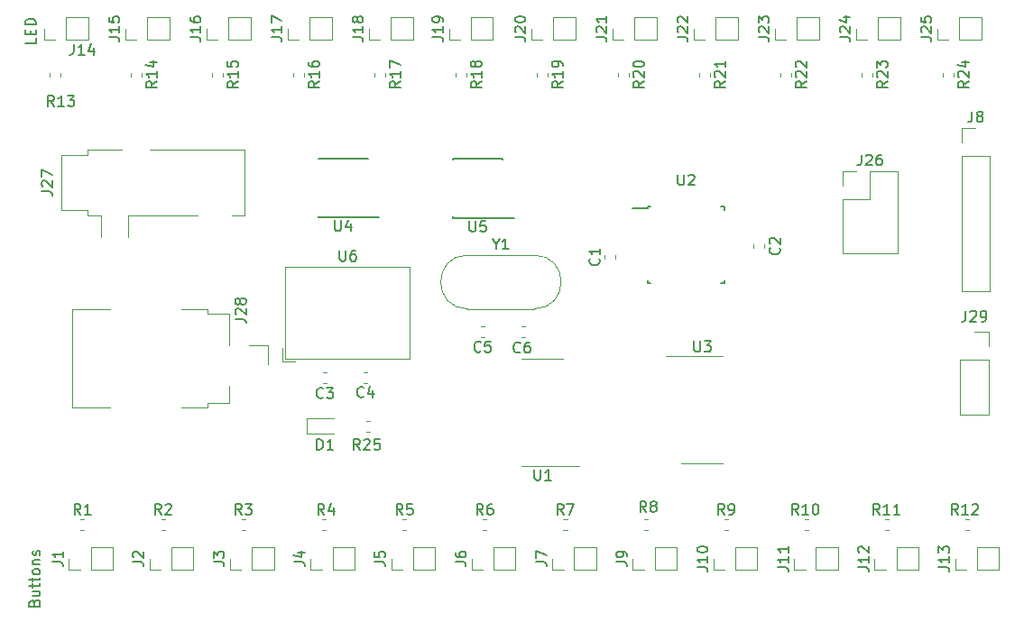
<source format=gbr>
G04 #@! TF.GenerationSoftware,KiCad,Pcbnew,5.1.5-52549c5~84~ubuntu18.04.1*
G04 #@! TF.CreationDate,2020-01-24T11:05:29-05:00*
G04 #@! TF.ProjectId,landfill_board_rev2,6c616e64-6669-46c6-9c5f-626f6172645f,rev?*
G04 #@! TF.SameCoordinates,Original*
G04 #@! TF.FileFunction,Legend,Top*
G04 #@! TF.FilePolarity,Positive*
%FSLAX46Y46*%
G04 Gerber Fmt 4.6, Leading zero omitted, Abs format (unit mm)*
G04 Created by KiCad (PCBNEW 5.1.5-52549c5~84~ubuntu18.04.1) date 2020-01-24 11:05:29*
%MOMM*%
%LPD*%
G04 APERTURE LIST*
%ADD10C,0.150000*%
%ADD11C,0.120000*%
G04 APERTURE END LIST*
D10*
X49220380Y-102242857D02*
X49220380Y-102719047D01*
X48220380Y-102719047D01*
X48696571Y-101909523D02*
X48696571Y-101576190D01*
X49220380Y-101433333D02*
X49220380Y-101909523D01*
X48220380Y-101909523D01*
X48220380Y-101433333D01*
X49220380Y-101004761D02*
X48220380Y-101004761D01*
X48220380Y-100766666D01*
X48268000Y-100623809D01*
X48363238Y-100528571D01*
X48458476Y-100480952D01*
X48648952Y-100433333D01*
X48791809Y-100433333D01*
X48982285Y-100480952D01*
X49077523Y-100528571D01*
X49172761Y-100623809D01*
X49220380Y-100766666D01*
X49220380Y-101004761D01*
X49077571Y-155296904D02*
X49125190Y-155154047D01*
X49172809Y-155106428D01*
X49268047Y-155058809D01*
X49410904Y-155058809D01*
X49506142Y-155106428D01*
X49553761Y-155154047D01*
X49601380Y-155249285D01*
X49601380Y-155630238D01*
X48601380Y-155630238D01*
X48601380Y-155296904D01*
X48649000Y-155201666D01*
X48696619Y-155154047D01*
X48791857Y-155106428D01*
X48887095Y-155106428D01*
X48982333Y-155154047D01*
X49029952Y-155201666D01*
X49077571Y-155296904D01*
X49077571Y-155630238D01*
X48934714Y-154201666D02*
X49601380Y-154201666D01*
X48934714Y-154630238D02*
X49458523Y-154630238D01*
X49553761Y-154582619D01*
X49601380Y-154487380D01*
X49601380Y-154344523D01*
X49553761Y-154249285D01*
X49506142Y-154201666D01*
X48934714Y-153868333D02*
X48934714Y-153487380D01*
X48601380Y-153725476D02*
X49458523Y-153725476D01*
X49553761Y-153677857D01*
X49601380Y-153582619D01*
X49601380Y-153487380D01*
X48934714Y-153296904D02*
X48934714Y-152915952D01*
X48601380Y-153154047D02*
X49458523Y-153154047D01*
X49553761Y-153106428D01*
X49601380Y-153011190D01*
X49601380Y-152915952D01*
X49601380Y-152439761D02*
X49553761Y-152535000D01*
X49506142Y-152582619D01*
X49410904Y-152630238D01*
X49125190Y-152630238D01*
X49029952Y-152582619D01*
X48982333Y-152535000D01*
X48934714Y-152439761D01*
X48934714Y-152296904D01*
X48982333Y-152201666D01*
X49029952Y-152154047D01*
X49125190Y-152106428D01*
X49410904Y-152106428D01*
X49506142Y-152154047D01*
X49553761Y-152201666D01*
X49601380Y-152296904D01*
X49601380Y-152439761D01*
X48934714Y-151677857D02*
X49601380Y-151677857D01*
X49029952Y-151677857D02*
X48982333Y-151630238D01*
X48934714Y-151535000D01*
X48934714Y-151392142D01*
X48982333Y-151296904D01*
X49077571Y-151249285D01*
X49601380Y-151249285D01*
X49553761Y-150820714D02*
X49601380Y-150725476D01*
X49601380Y-150535000D01*
X49553761Y-150439761D01*
X49458523Y-150392142D01*
X49410904Y-150392142D01*
X49315666Y-150439761D01*
X49268047Y-150535000D01*
X49268047Y-150677857D01*
X49220428Y-150773095D01*
X49125190Y-150820714D01*
X49077571Y-150820714D01*
X48982333Y-150773095D01*
X48934714Y-150677857D01*
X48934714Y-150535000D01*
X48982333Y-150439761D01*
D11*
X135957000Y-132461000D02*
X138617000Y-132461000D01*
X135957000Y-132461000D02*
X135957000Y-137601000D01*
X135957000Y-137601000D02*
X138617000Y-137601000D01*
X138617000Y-132461000D02*
X138617000Y-137601000D01*
X138617000Y-129861000D02*
X138617000Y-131191000D01*
X137287000Y-129861000D02*
X138617000Y-129861000D01*
X103634000Y-122966267D02*
X103634000Y-122623733D01*
X102614000Y-122966267D02*
X102614000Y-122623733D01*
X116584000Y-121950267D02*
X116584000Y-121607733D01*
X117604000Y-121950267D02*
X117604000Y-121607733D01*
X76169733Y-133602000D02*
X76512267Y-133602000D01*
X76169733Y-134622000D02*
X76512267Y-134622000D01*
X80322267Y-133602000D02*
X79979733Y-133602000D01*
X80322267Y-134622000D02*
X79979733Y-134622000D01*
X77141000Y-137949000D02*
X74681000Y-137949000D01*
X74681000Y-137949000D02*
X74681000Y-139419000D01*
X74681000Y-139419000D02*
X77141000Y-139419000D01*
X56432000Y-152190000D02*
X56432000Y-150070000D01*
X54372000Y-152190000D02*
X56432000Y-152190000D01*
X54372000Y-150070000D02*
X56432000Y-150070000D01*
X54372000Y-152190000D02*
X54372000Y-150070000D01*
X53372000Y-152190000D02*
X52312000Y-152190000D01*
X52312000Y-152190000D02*
X52312000Y-151130000D01*
X63994272Y-152190000D02*
X63994272Y-150070000D01*
X61934272Y-152190000D02*
X63994272Y-152190000D01*
X61934272Y-150070000D02*
X63994272Y-150070000D01*
X61934272Y-152190000D02*
X61934272Y-150070000D01*
X60934272Y-152190000D02*
X59874272Y-152190000D01*
X59874272Y-152190000D02*
X59874272Y-151130000D01*
X71556544Y-152190000D02*
X71556544Y-150070000D01*
X69496544Y-152190000D02*
X71556544Y-152190000D01*
X69496544Y-150070000D02*
X71556544Y-150070000D01*
X69496544Y-152190000D02*
X69496544Y-150070000D01*
X68496544Y-152190000D02*
X67436544Y-152190000D01*
X67436544Y-152190000D02*
X67436544Y-151130000D01*
X79118816Y-152190000D02*
X79118816Y-150070000D01*
X77058816Y-152190000D02*
X79118816Y-152190000D01*
X77058816Y-150070000D02*
X79118816Y-150070000D01*
X77058816Y-152190000D02*
X77058816Y-150070000D01*
X76058816Y-152190000D02*
X74998816Y-152190000D01*
X74998816Y-152190000D02*
X74998816Y-151130000D01*
X86681088Y-152190000D02*
X86681088Y-150070000D01*
X84621088Y-152190000D02*
X86681088Y-152190000D01*
X84621088Y-150070000D02*
X86681088Y-150070000D01*
X84621088Y-152190000D02*
X84621088Y-150070000D01*
X83621088Y-152190000D02*
X82561088Y-152190000D01*
X82561088Y-152190000D02*
X82561088Y-151130000D01*
X94243360Y-152190000D02*
X94243360Y-150070000D01*
X92183360Y-152190000D02*
X94243360Y-152190000D01*
X92183360Y-150070000D02*
X94243360Y-150070000D01*
X92183360Y-152190000D02*
X92183360Y-150070000D01*
X91183360Y-152190000D02*
X90123360Y-152190000D01*
X90123360Y-152190000D02*
X90123360Y-151130000D01*
X101805632Y-152190000D02*
X101805632Y-150070000D01*
X99745632Y-152190000D02*
X101805632Y-152190000D01*
X99745632Y-150070000D02*
X101805632Y-150070000D01*
X99745632Y-152190000D02*
X99745632Y-150070000D01*
X98745632Y-152190000D02*
X97685632Y-152190000D01*
X97685632Y-152190000D02*
X97685632Y-151130000D01*
X136084000Y-126044000D02*
X138744000Y-126044000D01*
X136084000Y-113284000D02*
X136084000Y-126044000D01*
X138744000Y-113284000D02*
X138744000Y-126044000D01*
X136084000Y-113284000D02*
X138744000Y-113284000D01*
X136084000Y-112014000D02*
X136084000Y-110684000D01*
X136084000Y-110684000D02*
X137414000Y-110684000D01*
X105247904Y-152190000D02*
X105247904Y-151130000D01*
X106307904Y-152190000D02*
X105247904Y-152190000D01*
X107307904Y-152190000D02*
X107307904Y-150070000D01*
X107307904Y-150070000D02*
X109367904Y-150070000D01*
X107307904Y-152190000D02*
X109367904Y-152190000D01*
X109367904Y-152190000D02*
X109367904Y-150070000D01*
X116930176Y-152190000D02*
X116930176Y-150070000D01*
X114870176Y-152190000D02*
X116930176Y-152190000D01*
X114870176Y-150070000D02*
X116930176Y-150070000D01*
X114870176Y-152190000D02*
X114870176Y-150070000D01*
X113870176Y-152190000D02*
X112810176Y-152190000D01*
X112810176Y-152190000D02*
X112810176Y-151130000D01*
X124492448Y-152190000D02*
X124492448Y-150070000D01*
X122432448Y-152190000D02*
X124492448Y-152190000D01*
X122432448Y-150070000D02*
X124492448Y-150070000D01*
X122432448Y-152190000D02*
X122432448Y-150070000D01*
X121432448Y-152190000D02*
X120372448Y-152190000D01*
X120372448Y-152190000D02*
X120372448Y-151130000D01*
X132054720Y-152190000D02*
X132054720Y-150070000D01*
X129994720Y-152190000D02*
X132054720Y-152190000D01*
X129994720Y-150070000D02*
X132054720Y-150070000D01*
X129994720Y-152190000D02*
X129994720Y-150070000D01*
X128994720Y-152190000D02*
X127934720Y-152190000D01*
X127934720Y-152190000D02*
X127934720Y-151130000D01*
X139617000Y-152190000D02*
X139617000Y-150070000D01*
X137557000Y-152190000D02*
X139617000Y-152190000D01*
X137557000Y-150070000D02*
X139617000Y-150070000D01*
X137557000Y-152190000D02*
X137557000Y-150070000D01*
X136557000Y-152190000D02*
X135497000Y-152190000D01*
X135497000Y-152190000D02*
X135497000Y-151130000D01*
X49994000Y-102406000D02*
X49994000Y-101346000D01*
X51054000Y-102406000D02*
X49994000Y-102406000D01*
X52054000Y-102406000D02*
X52054000Y-100286000D01*
X52054000Y-100286000D02*
X54114000Y-100286000D01*
X52054000Y-102406000D02*
X54114000Y-102406000D01*
X54114000Y-102406000D02*
X54114000Y-100286000D01*
X57614000Y-102406000D02*
X57614000Y-101346000D01*
X58674000Y-102406000D02*
X57614000Y-102406000D01*
X59674000Y-102406000D02*
X59674000Y-100286000D01*
X59674000Y-100286000D02*
X61734000Y-100286000D01*
X59674000Y-102406000D02*
X61734000Y-102406000D01*
X61734000Y-102406000D02*
X61734000Y-100286000D01*
X65234000Y-102406000D02*
X65234000Y-101346000D01*
X66294000Y-102406000D02*
X65234000Y-102406000D01*
X67294000Y-102406000D02*
X67294000Y-100286000D01*
X67294000Y-100286000D02*
X69354000Y-100286000D01*
X67294000Y-102406000D02*
X69354000Y-102406000D01*
X69354000Y-102406000D02*
X69354000Y-100286000D01*
X72854000Y-102406000D02*
X72854000Y-101346000D01*
X73914000Y-102406000D02*
X72854000Y-102406000D01*
X74914000Y-102406000D02*
X74914000Y-100286000D01*
X74914000Y-100286000D02*
X76974000Y-100286000D01*
X74914000Y-102406000D02*
X76974000Y-102406000D01*
X76974000Y-102406000D02*
X76974000Y-100286000D01*
X80474000Y-102406000D02*
X80474000Y-101346000D01*
X81534000Y-102406000D02*
X80474000Y-102406000D01*
X82534000Y-102406000D02*
X82534000Y-100286000D01*
X82534000Y-100286000D02*
X84594000Y-100286000D01*
X82534000Y-102406000D02*
X84594000Y-102406000D01*
X84594000Y-102406000D02*
X84594000Y-100286000D01*
X92119000Y-102406000D02*
X92119000Y-100286000D01*
X90059000Y-102406000D02*
X92119000Y-102406000D01*
X90059000Y-100286000D02*
X92119000Y-100286000D01*
X90059000Y-102406000D02*
X90059000Y-100286000D01*
X89059000Y-102406000D02*
X87999000Y-102406000D01*
X87999000Y-102406000D02*
X87999000Y-101346000D01*
X95714000Y-102406000D02*
X95714000Y-101346000D01*
X96774000Y-102406000D02*
X95714000Y-102406000D01*
X97774000Y-102406000D02*
X97774000Y-100286000D01*
X97774000Y-100286000D02*
X99834000Y-100286000D01*
X97774000Y-102406000D02*
X99834000Y-102406000D01*
X99834000Y-102406000D02*
X99834000Y-100286000D01*
X103334000Y-102406000D02*
X103334000Y-101346000D01*
X104394000Y-102406000D02*
X103334000Y-102406000D01*
X105394000Y-102406000D02*
X105394000Y-100286000D01*
X105394000Y-100286000D02*
X107454000Y-100286000D01*
X105394000Y-102406000D02*
X107454000Y-102406000D01*
X107454000Y-102406000D02*
X107454000Y-100286000D01*
X110954000Y-102406000D02*
X110954000Y-101346000D01*
X112014000Y-102406000D02*
X110954000Y-102406000D01*
X113014000Y-102406000D02*
X113014000Y-100286000D01*
X113014000Y-100286000D02*
X115074000Y-100286000D01*
X113014000Y-102406000D02*
X115074000Y-102406000D01*
X115074000Y-102406000D02*
X115074000Y-100286000D01*
X118574000Y-102406000D02*
X118574000Y-101346000D01*
X119634000Y-102406000D02*
X118574000Y-102406000D01*
X120634000Y-102406000D02*
X120634000Y-100286000D01*
X120634000Y-100286000D02*
X122694000Y-100286000D01*
X120634000Y-102406000D02*
X122694000Y-102406000D01*
X122694000Y-102406000D02*
X122694000Y-100286000D01*
X126194000Y-102406000D02*
X126194000Y-101346000D01*
X127254000Y-102406000D02*
X126194000Y-102406000D01*
X128254000Y-102406000D02*
X128254000Y-100286000D01*
X128254000Y-100286000D02*
X130314000Y-100286000D01*
X128254000Y-102406000D02*
X130314000Y-102406000D01*
X130314000Y-102406000D02*
X130314000Y-100286000D01*
X133814000Y-102406000D02*
X133814000Y-101346000D01*
X134874000Y-102406000D02*
X133814000Y-102406000D01*
X135874000Y-102406000D02*
X135874000Y-100286000D01*
X135874000Y-100286000D02*
X137934000Y-100286000D01*
X135874000Y-102406000D02*
X137934000Y-102406000D01*
X137934000Y-102406000D02*
X137934000Y-100286000D01*
X124908000Y-122488000D02*
X130108000Y-122488000D01*
X124908000Y-117348000D02*
X124908000Y-122488000D01*
X130108000Y-114748000D02*
X130108000Y-122488000D01*
X124908000Y-117348000D02*
X127508000Y-117348000D01*
X127508000Y-117348000D02*
X127508000Y-114748000D01*
X127508000Y-114748000D02*
X130108000Y-114748000D01*
X124908000Y-116078000D02*
X124908000Y-114748000D01*
X124908000Y-114748000D02*
X126238000Y-114748000D01*
X70978000Y-131144000D02*
X70978000Y-132884000D01*
X69238000Y-131144000D02*
X70978000Y-131144000D01*
X65338000Y-136934000D02*
X62888000Y-136934000D01*
X65338000Y-136534000D02*
X65338000Y-136934000D01*
X67338000Y-136534000D02*
X65338000Y-136534000D01*
X67338000Y-134934000D02*
X67338000Y-136534000D01*
X67338000Y-128134000D02*
X67338000Y-131134000D01*
X65338000Y-128134000D02*
X67338000Y-128134000D01*
X65338000Y-127734000D02*
X65338000Y-128134000D01*
X62888000Y-127734000D02*
X65338000Y-127734000D01*
X52638000Y-127734000D02*
X56188000Y-127734000D01*
X52638000Y-136934000D02*
X52638000Y-127734000D01*
X56188000Y-136934000D02*
X52638000Y-136934000D01*
X53765267Y-148465000D02*
X53422733Y-148465000D01*
X53765267Y-147445000D02*
X53422733Y-147445000D01*
X61315994Y-148465000D02*
X60973460Y-148465000D01*
X61315994Y-147445000D02*
X60973460Y-147445000D01*
X68866721Y-148465000D02*
X68524187Y-148465000D01*
X68866721Y-147445000D02*
X68524187Y-147445000D01*
X76417448Y-148465000D02*
X76074914Y-148465000D01*
X76417448Y-147445000D02*
X76074914Y-147445000D01*
X83968175Y-148465000D02*
X83625641Y-148465000D01*
X83968175Y-147445000D02*
X83625641Y-147445000D01*
X91518902Y-148465000D02*
X91176368Y-148465000D01*
X91518902Y-147445000D02*
X91176368Y-147445000D01*
X99069629Y-148465000D02*
X98727095Y-148465000D01*
X99069629Y-147445000D02*
X98727095Y-147445000D01*
X106620356Y-147445000D02*
X106277822Y-147445000D01*
X106620356Y-148465000D02*
X106277822Y-148465000D01*
X114171083Y-147445000D02*
X113828549Y-147445000D01*
X114171083Y-148465000D02*
X113828549Y-148465000D01*
X121721810Y-147445000D02*
X121379276Y-147445000D01*
X121721810Y-148465000D02*
X121379276Y-148465000D01*
X129272537Y-147445000D02*
X128930003Y-147445000D01*
X129272537Y-148465000D02*
X128930003Y-148465000D01*
X136823267Y-147445000D02*
X136480733Y-147445000D01*
X136823267Y-148465000D02*
X136480733Y-148465000D01*
X51564000Y-105492733D02*
X51564000Y-105835267D01*
X50544000Y-105492733D02*
X50544000Y-105835267D01*
X59184000Y-105492733D02*
X59184000Y-105835267D01*
X58164000Y-105492733D02*
X58164000Y-105835267D01*
X66804000Y-105492733D02*
X66804000Y-105835267D01*
X65784000Y-105492733D02*
X65784000Y-105835267D01*
X74424000Y-105492733D02*
X74424000Y-105835267D01*
X73404000Y-105492733D02*
X73404000Y-105835267D01*
X82044000Y-105492733D02*
X82044000Y-105835267D01*
X81024000Y-105492733D02*
X81024000Y-105835267D01*
X89664000Y-105492733D02*
X89664000Y-105835267D01*
X88644000Y-105492733D02*
X88644000Y-105835267D01*
X96264000Y-105492733D02*
X96264000Y-105835267D01*
X97284000Y-105492733D02*
X97284000Y-105835267D01*
X103884000Y-105492733D02*
X103884000Y-105835267D01*
X104904000Y-105492733D02*
X104904000Y-105835267D01*
X111504000Y-105492733D02*
X111504000Y-105835267D01*
X112524000Y-105492733D02*
X112524000Y-105835267D01*
X119124000Y-105492733D02*
X119124000Y-105835267D01*
X120144000Y-105492733D02*
X120144000Y-105835267D01*
X126744000Y-105492733D02*
X126744000Y-105835267D01*
X127764000Y-105492733D02*
X127764000Y-105835267D01*
X134364000Y-105492733D02*
X134364000Y-105835267D01*
X135384000Y-105492733D02*
X135384000Y-105835267D01*
X80205733Y-139194000D02*
X80548267Y-139194000D01*
X80205733Y-138174000D02*
X80548267Y-138174000D01*
X96774000Y-132354000D02*
X94824000Y-132354000D01*
X96774000Y-132354000D02*
X98724000Y-132354000D01*
X96774000Y-142474000D02*
X94824000Y-142474000D01*
X96774000Y-142474000D02*
X100224000Y-142474000D01*
D10*
X106611000Y-118266000D02*
X105186000Y-118266000D01*
X113861000Y-118041000D02*
X113536000Y-118041000D01*
X113861000Y-125291000D02*
X113536000Y-125291000D01*
X106611000Y-125291000D02*
X106936000Y-125291000D01*
X106611000Y-118041000D02*
X106936000Y-118041000D01*
X106611000Y-125291000D02*
X106611000Y-124966000D01*
X113861000Y-125291000D02*
X113861000Y-124966000D01*
X113861000Y-118041000D02*
X113861000Y-118366000D01*
X106611000Y-118041000D02*
X106611000Y-118266000D01*
D11*
X111760000Y-132100000D02*
X108310000Y-132100000D01*
X111760000Y-132100000D02*
X113710000Y-132100000D01*
X111760000Y-142220000D02*
X109810000Y-142220000D01*
X111760000Y-142220000D02*
X113710000Y-142220000D01*
D10*
X75741500Y-119068500D02*
X75741500Y-118968500D01*
X75716500Y-113543500D02*
X75716500Y-113568500D01*
X80366500Y-113543500D02*
X80366500Y-113568500D01*
X81441500Y-119068500D02*
X75741500Y-119068500D01*
X80366500Y-113543500D02*
X75716500Y-113543500D01*
X88378000Y-119132000D02*
X88378000Y-119032000D01*
X88353000Y-113607000D02*
X88353000Y-113632000D01*
X93003000Y-113607000D02*
X93003000Y-113632000D01*
X94078000Y-119132000D02*
X88378000Y-119132000D01*
X93003000Y-113607000D02*
X88353000Y-113607000D01*
D11*
X72575000Y-123742000D02*
X84296000Y-123742000D01*
X72575000Y-132362000D02*
X84296000Y-132362000D01*
X72575000Y-123742000D02*
X72575000Y-132362000D01*
X84296000Y-123742000D02*
X84296000Y-132362000D01*
X72335000Y-131362000D02*
X72335000Y-132602000D01*
X72335000Y-132602000D02*
X73575000Y-132602000D01*
X57898000Y-118924000D02*
X57898000Y-120924000D01*
X55298000Y-118924000D02*
X55298000Y-120924000D01*
X64398000Y-118924000D02*
X57898000Y-118924000D01*
X68798000Y-118924000D02*
X67598000Y-118924000D01*
X68798000Y-112724000D02*
X68798000Y-118924000D01*
X59898000Y-112724000D02*
X68798000Y-112724000D01*
X54098000Y-112724000D02*
X57298000Y-112724000D01*
X54098000Y-113224000D02*
X54098000Y-112724000D01*
X51598000Y-113224000D02*
X54098000Y-113224000D01*
X51598000Y-118424000D02*
X51598000Y-113224000D01*
X54098000Y-118424000D02*
X51598000Y-118424000D01*
X54098000Y-118924000D02*
X54098000Y-118424000D01*
X55298000Y-118924000D02*
X54098000Y-118924000D01*
X91307767Y-130367500D02*
X90965233Y-130367500D01*
X91307767Y-129347500D02*
X90965233Y-129347500D01*
X94775233Y-130304000D02*
X95117767Y-130304000D01*
X94775233Y-129284000D02*
X95117767Y-129284000D01*
X89739000Y-122633500D02*
X95989000Y-122633500D01*
X89739000Y-127683500D02*
X95989000Y-127683500D01*
X89739000Y-127683500D02*
G75*
G02X89739000Y-122633500I0J2525000D01*
G01*
X95989000Y-127683500D02*
G75*
G03X95989000Y-122633500I0J2525000D01*
G01*
D10*
X136477476Y-127873380D02*
X136477476Y-128587666D01*
X136429857Y-128730523D01*
X136334619Y-128825761D01*
X136191761Y-128873380D01*
X136096523Y-128873380D01*
X136906047Y-127968619D02*
X136953666Y-127921000D01*
X137048904Y-127873380D01*
X137287000Y-127873380D01*
X137382238Y-127921000D01*
X137429857Y-127968619D01*
X137477476Y-128063857D01*
X137477476Y-128159095D01*
X137429857Y-128301952D01*
X136858428Y-128873380D01*
X137477476Y-128873380D01*
X137953666Y-128873380D02*
X138144142Y-128873380D01*
X138239380Y-128825761D01*
X138287000Y-128778142D01*
X138382238Y-128635285D01*
X138429857Y-128444809D01*
X138429857Y-128063857D01*
X138382238Y-127968619D01*
X138334619Y-127921000D01*
X138239380Y-127873380D01*
X138048904Y-127873380D01*
X137953666Y-127921000D01*
X137906047Y-127968619D01*
X137858428Y-128063857D01*
X137858428Y-128301952D01*
X137906047Y-128397190D01*
X137953666Y-128444809D01*
X138048904Y-128492428D01*
X138239380Y-128492428D01*
X138334619Y-128444809D01*
X138382238Y-128397190D01*
X138429857Y-128301952D01*
X102051142Y-122961666D02*
X102098761Y-123009285D01*
X102146380Y-123152142D01*
X102146380Y-123247380D01*
X102098761Y-123390238D01*
X102003523Y-123485476D01*
X101908285Y-123533095D01*
X101717809Y-123580714D01*
X101574952Y-123580714D01*
X101384476Y-123533095D01*
X101289238Y-123485476D01*
X101194000Y-123390238D01*
X101146380Y-123247380D01*
X101146380Y-123152142D01*
X101194000Y-123009285D01*
X101241619Y-122961666D01*
X102146380Y-122009285D02*
X102146380Y-122580714D01*
X102146380Y-122295000D02*
X101146380Y-122295000D01*
X101289238Y-122390238D01*
X101384476Y-122485476D01*
X101432095Y-122580714D01*
X118975142Y-121945666D02*
X119022761Y-121993285D01*
X119070380Y-122136142D01*
X119070380Y-122231380D01*
X119022761Y-122374238D01*
X118927523Y-122469476D01*
X118832285Y-122517095D01*
X118641809Y-122564714D01*
X118498952Y-122564714D01*
X118308476Y-122517095D01*
X118213238Y-122469476D01*
X118118000Y-122374238D01*
X118070380Y-122231380D01*
X118070380Y-122136142D01*
X118118000Y-121993285D01*
X118165619Y-121945666D01*
X118165619Y-121564714D02*
X118118000Y-121517095D01*
X118070380Y-121421857D01*
X118070380Y-121183761D01*
X118118000Y-121088523D01*
X118165619Y-121040904D01*
X118260857Y-120993285D01*
X118356095Y-120993285D01*
X118498952Y-121040904D01*
X119070380Y-121612333D01*
X119070380Y-120993285D01*
X76174333Y-135993142D02*
X76126714Y-136040761D01*
X75983857Y-136088380D01*
X75888619Y-136088380D01*
X75745761Y-136040761D01*
X75650523Y-135945523D01*
X75602904Y-135850285D01*
X75555285Y-135659809D01*
X75555285Y-135516952D01*
X75602904Y-135326476D01*
X75650523Y-135231238D01*
X75745761Y-135136000D01*
X75888619Y-135088380D01*
X75983857Y-135088380D01*
X76126714Y-135136000D01*
X76174333Y-135183619D01*
X76507666Y-135088380D02*
X77126714Y-135088380D01*
X76793380Y-135469333D01*
X76936238Y-135469333D01*
X77031476Y-135516952D01*
X77079095Y-135564571D01*
X77126714Y-135659809D01*
X77126714Y-135897904D01*
X77079095Y-135993142D01*
X77031476Y-136040761D01*
X76936238Y-136088380D01*
X76650523Y-136088380D01*
X76555285Y-136040761D01*
X76507666Y-135993142D01*
X79984333Y-135899142D02*
X79936714Y-135946761D01*
X79793857Y-135994380D01*
X79698619Y-135994380D01*
X79555761Y-135946761D01*
X79460523Y-135851523D01*
X79412904Y-135756285D01*
X79365285Y-135565809D01*
X79365285Y-135422952D01*
X79412904Y-135232476D01*
X79460523Y-135137238D01*
X79555761Y-135042000D01*
X79698619Y-134994380D01*
X79793857Y-134994380D01*
X79936714Y-135042000D01*
X79984333Y-135089619D01*
X80841476Y-135327714D02*
X80841476Y-135994380D01*
X80603380Y-134946761D02*
X80365285Y-135661047D01*
X80984333Y-135661047D01*
X75602904Y-140914380D02*
X75602904Y-139914380D01*
X75841000Y-139914380D01*
X75983857Y-139962000D01*
X76079095Y-140057238D01*
X76126714Y-140152476D01*
X76174333Y-140342952D01*
X76174333Y-140485809D01*
X76126714Y-140676285D01*
X76079095Y-140771523D01*
X75983857Y-140866761D01*
X75841000Y-140914380D01*
X75602904Y-140914380D01*
X77126714Y-140914380D02*
X76555285Y-140914380D01*
X76841000Y-140914380D02*
X76841000Y-139914380D01*
X76745761Y-140057238D01*
X76650523Y-140152476D01*
X76555285Y-140200095D01*
X50764380Y-151463333D02*
X51478666Y-151463333D01*
X51621523Y-151510952D01*
X51716761Y-151606190D01*
X51764380Y-151749047D01*
X51764380Y-151844285D01*
X51764380Y-150463333D02*
X51764380Y-151034761D01*
X51764380Y-150749047D02*
X50764380Y-150749047D01*
X50907238Y-150844285D01*
X51002476Y-150939523D01*
X51050095Y-151034761D01*
X58326652Y-151463333D02*
X59040938Y-151463333D01*
X59183795Y-151510952D01*
X59279033Y-151606190D01*
X59326652Y-151749047D01*
X59326652Y-151844285D01*
X58421891Y-151034761D02*
X58374272Y-150987142D01*
X58326652Y-150891904D01*
X58326652Y-150653809D01*
X58374272Y-150558571D01*
X58421891Y-150510952D01*
X58517129Y-150463333D01*
X58612367Y-150463333D01*
X58755224Y-150510952D01*
X59326652Y-151082380D01*
X59326652Y-150463333D01*
X65888924Y-151463333D02*
X66603210Y-151463333D01*
X66746067Y-151510952D01*
X66841305Y-151606190D01*
X66888924Y-151749047D01*
X66888924Y-151844285D01*
X65888924Y-151082380D02*
X65888924Y-150463333D01*
X66269877Y-150796666D01*
X66269877Y-150653809D01*
X66317496Y-150558571D01*
X66365115Y-150510952D01*
X66460353Y-150463333D01*
X66698448Y-150463333D01*
X66793686Y-150510952D01*
X66841305Y-150558571D01*
X66888924Y-150653809D01*
X66888924Y-150939523D01*
X66841305Y-151034761D01*
X66793686Y-151082380D01*
X73451196Y-151463333D02*
X74165482Y-151463333D01*
X74308339Y-151510952D01*
X74403577Y-151606190D01*
X74451196Y-151749047D01*
X74451196Y-151844285D01*
X73784530Y-150558571D02*
X74451196Y-150558571D01*
X73403577Y-150796666D02*
X74117863Y-151034761D01*
X74117863Y-150415714D01*
X81013468Y-151463333D02*
X81727754Y-151463333D01*
X81870611Y-151510952D01*
X81965849Y-151606190D01*
X82013468Y-151749047D01*
X82013468Y-151844285D01*
X81013468Y-150510952D02*
X81013468Y-150987142D01*
X81489659Y-151034761D01*
X81442040Y-150987142D01*
X81394421Y-150891904D01*
X81394421Y-150653809D01*
X81442040Y-150558571D01*
X81489659Y-150510952D01*
X81584897Y-150463333D01*
X81822992Y-150463333D01*
X81918230Y-150510952D01*
X81965849Y-150558571D01*
X82013468Y-150653809D01*
X82013468Y-150891904D01*
X81965849Y-150987142D01*
X81918230Y-151034761D01*
X88575740Y-151463333D02*
X89290026Y-151463333D01*
X89432883Y-151510952D01*
X89528121Y-151606190D01*
X89575740Y-151749047D01*
X89575740Y-151844285D01*
X88575740Y-150558571D02*
X88575740Y-150749047D01*
X88623360Y-150844285D01*
X88670979Y-150891904D01*
X88813836Y-150987142D01*
X89004312Y-151034761D01*
X89385264Y-151034761D01*
X89480502Y-150987142D01*
X89528121Y-150939523D01*
X89575740Y-150844285D01*
X89575740Y-150653809D01*
X89528121Y-150558571D01*
X89480502Y-150510952D01*
X89385264Y-150463333D01*
X89147169Y-150463333D01*
X89051931Y-150510952D01*
X89004312Y-150558571D01*
X88956693Y-150653809D01*
X88956693Y-150844285D01*
X89004312Y-150939523D01*
X89051931Y-150987142D01*
X89147169Y-151034761D01*
X96138012Y-151463333D02*
X96852298Y-151463333D01*
X96995155Y-151510952D01*
X97090393Y-151606190D01*
X97138012Y-151749047D01*
X97138012Y-151844285D01*
X96138012Y-151082380D02*
X96138012Y-150415714D01*
X97138012Y-150844285D01*
X137080666Y-109136380D02*
X137080666Y-109850666D01*
X137033047Y-109993523D01*
X136937809Y-110088761D01*
X136794952Y-110136380D01*
X136699714Y-110136380D01*
X137699714Y-109564952D02*
X137604476Y-109517333D01*
X137556857Y-109469714D01*
X137509238Y-109374476D01*
X137509238Y-109326857D01*
X137556857Y-109231619D01*
X137604476Y-109184000D01*
X137699714Y-109136380D01*
X137890190Y-109136380D01*
X137985428Y-109184000D01*
X138033047Y-109231619D01*
X138080666Y-109326857D01*
X138080666Y-109374476D01*
X138033047Y-109469714D01*
X137985428Y-109517333D01*
X137890190Y-109564952D01*
X137699714Y-109564952D01*
X137604476Y-109612571D01*
X137556857Y-109660190D01*
X137509238Y-109755428D01*
X137509238Y-109945904D01*
X137556857Y-110041142D01*
X137604476Y-110088761D01*
X137699714Y-110136380D01*
X137890190Y-110136380D01*
X137985428Y-110088761D01*
X138033047Y-110041142D01*
X138080666Y-109945904D01*
X138080666Y-109755428D01*
X138033047Y-109660190D01*
X137985428Y-109612571D01*
X137890190Y-109564952D01*
X103700284Y-151463333D02*
X104414570Y-151463333D01*
X104557427Y-151510952D01*
X104652665Y-151606190D01*
X104700284Y-151749047D01*
X104700284Y-151844285D01*
X104700284Y-150939523D02*
X104700284Y-150749047D01*
X104652665Y-150653809D01*
X104605046Y-150606190D01*
X104462189Y-150510952D01*
X104271713Y-150463333D01*
X103890761Y-150463333D01*
X103795523Y-150510952D01*
X103747904Y-150558571D01*
X103700284Y-150653809D01*
X103700284Y-150844285D01*
X103747904Y-150939523D01*
X103795523Y-150987142D01*
X103890761Y-151034761D01*
X104128856Y-151034761D01*
X104224094Y-150987142D01*
X104271713Y-150939523D01*
X104319332Y-150844285D01*
X104319332Y-150653809D01*
X104271713Y-150558571D01*
X104224094Y-150510952D01*
X104128856Y-150463333D01*
X111262556Y-151939523D02*
X111976842Y-151939523D01*
X112119699Y-151987142D01*
X112214937Y-152082380D01*
X112262556Y-152225238D01*
X112262556Y-152320476D01*
X112262556Y-150939523D02*
X112262556Y-151510952D01*
X112262556Y-151225238D02*
X111262556Y-151225238D01*
X111405414Y-151320476D01*
X111500652Y-151415714D01*
X111548271Y-151510952D01*
X111262556Y-150320476D02*
X111262556Y-150225238D01*
X111310176Y-150130000D01*
X111357795Y-150082380D01*
X111453033Y-150034761D01*
X111643509Y-149987142D01*
X111881604Y-149987142D01*
X112072080Y-150034761D01*
X112167318Y-150082380D01*
X112214937Y-150130000D01*
X112262556Y-150225238D01*
X112262556Y-150320476D01*
X112214937Y-150415714D01*
X112167318Y-150463333D01*
X112072080Y-150510952D01*
X111881604Y-150558571D01*
X111643509Y-150558571D01*
X111453033Y-150510952D01*
X111357795Y-150463333D01*
X111310176Y-150415714D01*
X111262556Y-150320476D01*
X118824828Y-151939523D02*
X119539114Y-151939523D01*
X119681971Y-151987142D01*
X119777209Y-152082380D01*
X119824828Y-152225238D01*
X119824828Y-152320476D01*
X119824828Y-150939523D02*
X119824828Y-151510952D01*
X119824828Y-151225238D02*
X118824828Y-151225238D01*
X118967686Y-151320476D01*
X119062924Y-151415714D01*
X119110543Y-151510952D01*
X119824828Y-149987142D02*
X119824828Y-150558571D01*
X119824828Y-150272857D02*
X118824828Y-150272857D01*
X118967686Y-150368095D01*
X119062924Y-150463333D01*
X119110543Y-150558571D01*
X126387100Y-151939523D02*
X127101386Y-151939523D01*
X127244243Y-151987142D01*
X127339481Y-152082380D01*
X127387100Y-152225238D01*
X127387100Y-152320476D01*
X127387100Y-150939523D02*
X127387100Y-151510952D01*
X127387100Y-151225238D02*
X126387100Y-151225238D01*
X126529958Y-151320476D01*
X126625196Y-151415714D01*
X126672815Y-151510952D01*
X126482339Y-150558571D02*
X126434720Y-150510952D01*
X126387100Y-150415714D01*
X126387100Y-150177619D01*
X126434720Y-150082380D01*
X126482339Y-150034761D01*
X126577577Y-149987142D01*
X126672815Y-149987142D01*
X126815672Y-150034761D01*
X127387100Y-150606190D01*
X127387100Y-149987142D01*
X133949380Y-151939523D02*
X134663666Y-151939523D01*
X134806523Y-151987142D01*
X134901761Y-152082380D01*
X134949380Y-152225238D01*
X134949380Y-152320476D01*
X134949380Y-150939523D02*
X134949380Y-151510952D01*
X134949380Y-151225238D02*
X133949380Y-151225238D01*
X134092238Y-151320476D01*
X134187476Y-151415714D01*
X134235095Y-151510952D01*
X133949380Y-150606190D02*
X133949380Y-149987142D01*
X134330333Y-150320476D01*
X134330333Y-150177619D01*
X134377952Y-150082380D01*
X134425571Y-150034761D01*
X134520809Y-149987142D01*
X134758904Y-149987142D01*
X134854142Y-150034761D01*
X134901761Y-150082380D01*
X134949380Y-150177619D01*
X134949380Y-150463333D01*
X134901761Y-150558571D01*
X134854142Y-150606190D01*
X52784476Y-102830380D02*
X52784476Y-103544666D01*
X52736857Y-103687523D01*
X52641619Y-103782761D01*
X52498761Y-103830380D01*
X52403523Y-103830380D01*
X53784476Y-103830380D02*
X53213047Y-103830380D01*
X53498761Y-103830380D02*
X53498761Y-102830380D01*
X53403523Y-102973238D01*
X53308285Y-103068476D01*
X53213047Y-103116095D01*
X54641619Y-103163714D02*
X54641619Y-103830380D01*
X54403523Y-102782761D02*
X54165428Y-103497047D01*
X54784476Y-103497047D01*
X56066380Y-102155523D02*
X56780666Y-102155523D01*
X56923523Y-102203142D01*
X57018761Y-102298380D01*
X57066380Y-102441238D01*
X57066380Y-102536476D01*
X57066380Y-101155523D02*
X57066380Y-101726952D01*
X57066380Y-101441238D02*
X56066380Y-101441238D01*
X56209238Y-101536476D01*
X56304476Y-101631714D01*
X56352095Y-101726952D01*
X56066380Y-100250761D02*
X56066380Y-100726952D01*
X56542571Y-100774571D01*
X56494952Y-100726952D01*
X56447333Y-100631714D01*
X56447333Y-100393619D01*
X56494952Y-100298380D01*
X56542571Y-100250761D01*
X56637809Y-100203142D01*
X56875904Y-100203142D01*
X56971142Y-100250761D01*
X57018761Y-100298380D01*
X57066380Y-100393619D01*
X57066380Y-100631714D01*
X57018761Y-100726952D01*
X56971142Y-100774571D01*
X63686380Y-102155523D02*
X64400666Y-102155523D01*
X64543523Y-102203142D01*
X64638761Y-102298380D01*
X64686380Y-102441238D01*
X64686380Y-102536476D01*
X64686380Y-101155523D02*
X64686380Y-101726952D01*
X64686380Y-101441238D02*
X63686380Y-101441238D01*
X63829238Y-101536476D01*
X63924476Y-101631714D01*
X63972095Y-101726952D01*
X63686380Y-100298380D02*
X63686380Y-100488857D01*
X63734000Y-100584095D01*
X63781619Y-100631714D01*
X63924476Y-100726952D01*
X64114952Y-100774571D01*
X64495904Y-100774571D01*
X64591142Y-100726952D01*
X64638761Y-100679333D01*
X64686380Y-100584095D01*
X64686380Y-100393619D01*
X64638761Y-100298380D01*
X64591142Y-100250761D01*
X64495904Y-100203142D01*
X64257809Y-100203142D01*
X64162571Y-100250761D01*
X64114952Y-100298380D01*
X64067333Y-100393619D01*
X64067333Y-100584095D01*
X64114952Y-100679333D01*
X64162571Y-100726952D01*
X64257809Y-100774571D01*
X71306380Y-102155523D02*
X72020666Y-102155523D01*
X72163523Y-102203142D01*
X72258761Y-102298380D01*
X72306380Y-102441238D01*
X72306380Y-102536476D01*
X72306380Y-101155523D02*
X72306380Y-101726952D01*
X72306380Y-101441238D02*
X71306380Y-101441238D01*
X71449238Y-101536476D01*
X71544476Y-101631714D01*
X71592095Y-101726952D01*
X71306380Y-100822190D02*
X71306380Y-100155523D01*
X72306380Y-100584095D01*
X78926380Y-102155523D02*
X79640666Y-102155523D01*
X79783523Y-102203142D01*
X79878761Y-102298380D01*
X79926380Y-102441238D01*
X79926380Y-102536476D01*
X79926380Y-101155523D02*
X79926380Y-101726952D01*
X79926380Y-101441238D02*
X78926380Y-101441238D01*
X79069238Y-101536476D01*
X79164476Y-101631714D01*
X79212095Y-101726952D01*
X79354952Y-100584095D02*
X79307333Y-100679333D01*
X79259714Y-100726952D01*
X79164476Y-100774571D01*
X79116857Y-100774571D01*
X79021619Y-100726952D01*
X78974000Y-100679333D01*
X78926380Y-100584095D01*
X78926380Y-100393619D01*
X78974000Y-100298380D01*
X79021619Y-100250761D01*
X79116857Y-100203142D01*
X79164476Y-100203142D01*
X79259714Y-100250761D01*
X79307333Y-100298380D01*
X79354952Y-100393619D01*
X79354952Y-100584095D01*
X79402571Y-100679333D01*
X79450190Y-100726952D01*
X79545428Y-100774571D01*
X79735904Y-100774571D01*
X79831142Y-100726952D01*
X79878761Y-100679333D01*
X79926380Y-100584095D01*
X79926380Y-100393619D01*
X79878761Y-100298380D01*
X79831142Y-100250761D01*
X79735904Y-100203142D01*
X79545428Y-100203142D01*
X79450190Y-100250761D01*
X79402571Y-100298380D01*
X79354952Y-100393619D01*
X86451380Y-102155523D02*
X87165666Y-102155523D01*
X87308523Y-102203142D01*
X87403761Y-102298380D01*
X87451380Y-102441238D01*
X87451380Y-102536476D01*
X87451380Y-101155523D02*
X87451380Y-101726952D01*
X87451380Y-101441238D02*
X86451380Y-101441238D01*
X86594238Y-101536476D01*
X86689476Y-101631714D01*
X86737095Y-101726952D01*
X87451380Y-100679333D02*
X87451380Y-100488857D01*
X87403761Y-100393619D01*
X87356142Y-100346000D01*
X87213285Y-100250761D01*
X87022809Y-100203142D01*
X86641857Y-100203142D01*
X86546619Y-100250761D01*
X86499000Y-100298380D01*
X86451380Y-100393619D01*
X86451380Y-100584095D01*
X86499000Y-100679333D01*
X86546619Y-100726952D01*
X86641857Y-100774571D01*
X86879952Y-100774571D01*
X86975190Y-100726952D01*
X87022809Y-100679333D01*
X87070428Y-100584095D01*
X87070428Y-100393619D01*
X87022809Y-100298380D01*
X86975190Y-100250761D01*
X86879952Y-100203142D01*
X94166380Y-102155523D02*
X94880666Y-102155523D01*
X95023523Y-102203142D01*
X95118761Y-102298380D01*
X95166380Y-102441238D01*
X95166380Y-102536476D01*
X94261619Y-101726952D02*
X94214000Y-101679333D01*
X94166380Y-101584095D01*
X94166380Y-101346000D01*
X94214000Y-101250761D01*
X94261619Y-101203142D01*
X94356857Y-101155523D01*
X94452095Y-101155523D01*
X94594952Y-101203142D01*
X95166380Y-101774571D01*
X95166380Y-101155523D01*
X94166380Y-100536476D02*
X94166380Y-100441238D01*
X94214000Y-100346000D01*
X94261619Y-100298380D01*
X94356857Y-100250761D01*
X94547333Y-100203142D01*
X94785428Y-100203142D01*
X94975904Y-100250761D01*
X95071142Y-100298380D01*
X95118761Y-100346000D01*
X95166380Y-100441238D01*
X95166380Y-100536476D01*
X95118761Y-100631714D01*
X95071142Y-100679333D01*
X94975904Y-100726952D01*
X94785428Y-100774571D01*
X94547333Y-100774571D01*
X94356857Y-100726952D01*
X94261619Y-100679333D01*
X94214000Y-100631714D01*
X94166380Y-100536476D01*
X101786380Y-102155523D02*
X102500666Y-102155523D01*
X102643523Y-102203142D01*
X102738761Y-102298380D01*
X102786380Y-102441238D01*
X102786380Y-102536476D01*
X101881619Y-101726952D02*
X101834000Y-101679333D01*
X101786380Y-101584095D01*
X101786380Y-101346000D01*
X101834000Y-101250761D01*
X101881619Y-101203142D01*
X101976857Y-101155523D01*
X102072095Y-101155523D01*
X102214952Y-101203142D01*
X102786380Y-101774571D01*
X102786380Y-101155523D01*
X102786380Y-100203142D02*
X102786380Y-100774571D01*
X102786380Y-100488857D02*
X101786380Y-100488857D01*
X101929238Y-100584095D01*
X102024476Y-100679333D01*
X102072095Y-100774571D01*
X109406380Y-102155523D02*
X110120666Y-102155523D01*
X110263523Y-102203142D01*
X110358761Y-102298380D01*
X110406380Y-102441238D01*
X110406380Y-102536476D01*
X109501619Y-101726952D02*
X109454000Y-101679333D01*
X109406380Y-101584095D01*
X109406380Y-101346000D01*
X109454000Y-101250761D01*
X109501619Y-101203142D01*
X109596857Y-101155523D01*
X109692095Y-101155523D01*
X109834952Y-101203142D01*
X110406380Y-101774571D01*
X110406380Y-101155523D01*
X109501619Y-100774571D02*
X109454000Y-100726952D01*
X109406380Y-100631714D01*
X109406380Y-100393619D01*
X109454000Y-100298380D01*
X109501619Y-100250761D01*
X109596857Y-100203142D01*
X109692095Y-100203142D01*
X109834952Y-100250761D01*
X110406380Y-100822190D01*
X110406380Y-100203142D01*
X117026380Y-102155523D02*
X117740666Y-102155523D01*
X117883523Y-102203142D01*
X117978761Y-102298380D01*
X118026380Y-102441238D01*
X118026380Y-102536476D01*
X117121619Y-101726952D02*
X117074000Y-101679333D01*
X117026380Y-101584095D01*
X117026380Y-101346000D01*
X117074000Y-101250761D01*
X117121619Y-101203142D01*
X117216857Y-101155523D01*
X117312095Y-101155523D01*
X117454952Y-101203142D01*
X118026380Y-101774571D01*
X118026380Y-101155523D01*
X117026380Y-100822190D02*
X117026380Y-100203142D01*
X117407333Y-100536476D01*
X117407333Y-100393619D01*
X117454952Y-100298380D01*
X117502571Y-100250761D01*
X117597809Y-100203142D01*
X117835904Y-100203142D01*
X117931142Y-100250761D01*
X117978761Y-100298380D01*
X118026380Y-100393619D01*
X118026380Y-100679333D01*
X117978761Y-100774571D01*
X117931142Y-100822190D01*
X124646380Y-102155523D02*
X125360666Y-102155523D01*
X125503523Y-102203142D01*
X125598761Y-102298380D01*
X125646380Y-102441238D01*
X125646380Y-102536476D01*
X124741619Y-101726952D02*
X124694000Y-101679333D01*
X124646380Y-101584095D01*
X124646380Y-101346000D01*
X124694000Y-101250761D01*
X124741619Y-101203142D01*
X124836857Y-101155523D01*
X124932095Y-101155523D01*
X125074952Y-101203142D01*
X125646380Y-101774571D01*
X125646380Y-101155523D01*
X124979714Y-100298380D02*
X125646380Y-100298380D01*
X124598761Y-100536476D02*
X125313047Y-100774571D01*
X125313047Y-100155523D01*
X132266380Y-102155523D02*
X132980666Y-102155523D01*
X133123523Y-102203142D01*
X133218761Y-102298380D01*
X133266380Y-102441238D01*
X133266380Y-102536476D01*
X132361619Y-101726952D02*
X132314000Y-101679333D01*
X132266380Y-101584095D01*
X132266380Y-101346000D01*
X132314000Y-101250761D01*
X132361619Y-101203142D01*
X132456857Y-101155523D01*
X132552095Y-101155523D01*
X132694952Y-101203142D01*
X133266380Y-101774571D01*
X133266380Y-101155523D01*
X132266380Y-100250761D02*
X132266380Y-100726952D01*
X132742571Y-100774571D01*
X132694952Y-100726952D01*
X132647333Y-100631714D01*
X132647333Y-100393619D01*
X132694952Y-100298380D01*
X132742571Y-100250761D01*
X132837809Y-100203142D01*
X133075904Y-100203142D01*
X133171142Y-100250761D01*
X133218761Y-100298380D01*
X133266380Y-100393619D01*
X133266380Y-100631714D01*
X133218761Y-100726952D01*
X133171142Y-100774571D01*
X126698476Y-113200380D02*
X126698476Y-113914666D01*
X126650857Y-114057523D01*
X126555619Y-114152761D01*
X126412761Y-114200380D01*
X126317523Y-114200380D01*
X127127047Y-113295619D02*
X127174666Y-113248000D01*
X127269904Y-113200380D01*
X127508000Y-113200380D01*
X127603238Y-113248000D01*
X127650857Y-113295619D01*
X127698476Y-113390857D01*
X127698476Y-113486095D01*
X127650857Y-113628952D01*
X127079428Y-114200380D01*
X127698476Y-114200380D01*
X128555619Y-113200380D02*
X128365142Y-113200380D01*
X128269904Y-113248000D01*
X128222285Y-113295619D01*
X128127047Y-113438476D01*
X128079428Y-113628952D01*
X128079428Y-114009904D01*
X128127047Y-114105142D01*
X128174666Y-114152761D01*
X128269904Y-114200380D01*
X128460380Y-114200380D01*
X128555619Y-114152761D01*
X128603238Y-114105142D01*
X128650857Y-114009904D01*
X128650857Y-113771809D01*
X128603238Y-113676571D01*
X128555619Y-113628952D01*
X128460380Y-113581333D01*
X128269904Y-113581333D01*
X128174666Y-113628952D01*
X128127047Y-113676571D01*
X128079428Y-113771809D01*
X67940380Y-128643523D02*
X68654666Y-128643523D01*
X68797523Y-128691142D01*
X68892761Y-128786380D01*
X68940380Y-128929238D01*
X68940380Y-129024476D01*
X68035619Y-128214952D02*
X67988000Y-128167333D01*
X67940380Y-128072095D01*
X67940380Y-127834000D01*
X67988000Y-127738761D01*
X68035619Y-127691142D01*
X68130857Y-127643523D01*
X68226095Y-127643523D01*
X68368952Y-127691142D01*
X68940380Y-128262571D01*
X68940380Y-127643523D01*
X68368952Y-127072095D02*
X68321333Y-127167333D01*
X68273714Y-127214952D01*
X68178476Y-127262571D01*
X68130857Y-127262571D01*
X68035619Y-127214952D01*
X67988000Y-127167333D01*
X67940380Y-127072095D01*
X67940380Y-126881619D01*
X67988000Y-126786380D01*
X68035619Y-126738761D01*
X68130857Y-126691142D01*
X68178476Y-126691142D01*
X68273714Y-126738761D01*
X68321333Y-126786380D01*
X68368952Y-126881619D01*
X68368952Y-127072095D01*
X68416571Y-127167333D01*
X68464190Y-127214952D01*
X68559428Y-127262571D01*
X68749904Y-127262571D01*
X68845142Y-127214952D01*
X68892761Y-127167333D01*
X68940380Y-127072095D01*
X68940380Y-126881619D01*
X68892761Y-126786380D01*
X68845142Y-126738761D01*
X68749904Y-126691142D01*
X68559428Y-126691142D01*
X68464190Y-126738761D01*
X68416571Y-126786380D01*
X68368952Y-126881619D01*
X53413333Y-147010380D02*
X53080000Y-146534190D01*
X52841904Y-147010380D02*
X52841904Y-146010380D01*
X53222857Y-146010380D01*
X53318095Y-146058000D01*
X53365714Y-146105619D01*
X53413333Y-146200857D01*
X53413333Y-146343714D01*
X53365714Y-146438952D01*
X53318095Y-146486571D01*
X53222857Y-146534190D01*
X52841904Y-146534190D01*
X54365714Y-147010380D02*
X53794285Y-147010380D01*
X54080000Y-147010380D02*
X54080000Y-146010380D01*
X53984761Y-146153238D01*
X53889523Y-146248476D01*
X53794285Y-146296095D01*
X60978060Y-147010380D02*
X60644727Y-146534190D01*
X60406631Y-147010380D02*
X60406631Y-146010380D01*
X60787584Y-146010380D01*
X60882822Y-146058000D01*
X60930441Y-146105619D01*
X60978060Y-146200857D01*
X60978060Y-146343714D01*
X60930441Y-146438952D01*
X60882822Y-146486571D01*
X60787584Y-146534190D01*
X60406631Y-146534190D01*
X61359012Y-146105619D02*
X61406631Y-146058000D01*
X61501869Y-146010380D01*
X61739965Y-146010380D01*
X61835203Y-146058000D01*
X61882822Y-146105619D01*
X61930441Y-146200857D01*
X61930441Y-146296095D01*
X61882822Y-146438952D01*
X61311393Y-147010380D01*
X61930441Y-147010380D01*
X68528787Y-147010380D02*
X68195454Y-146534190D01*
X67957358Y-147010380D02*
X67957358Y-146010380D01*
X68338311Y-146010380D01*
X68433549Y-146058000D01*
X68481168Y-146105619D01*
X68528787Y-146200857D01*
X68528787Y-146343714D01*
X68481168Y-146438952D01*
X68433549Y-146486571D01*
X68338311Y-146534190D01*
X67957358Y-146534190D01*
X68862120Y-146010380D02*
X69481168Y-146010380D01*
X69147834Y-146391333D01*
X69290692Y-146391333D01*
X69385930Y-146438952D01*
X69433549Y-146486571D01*
X69481168Y-146581809D01*
X69481168Y-146819904D01*
X69433549Y-146915142D01*
X69385930Y-146962761D01*
X69290692Y-147010380D01*
X69004977Y-147010380D01*
X68909739Y-146962761D01*
X68862120Y-146915142D01*
X76287333Y-147010380D02*
X75954000Y-146534190D01*
X75715904Y-147010380D02*
X75715904Y-146010380D01*
X76096857Y-146010380D01*
X76192095Y-146058000D01*
X76239714Y-146105619D01*
X76287333Y-146200857D01*
X76287333Y-146343714D01*
X76239714Y-146438952D01*
X76192095Y-146486571D01*
X76096857Y-146534190D01*
X75715904Y-146534190D01*
X77144476Y-146343714D02*
X77144476Y-147010380D01*
X76906380Y-145962761D02*
X76668285Y-146677047D01*
X77287333Y-146677047D01*
X83653333Y-147010380D02*
X83320000Y-146534190D01*
X83081904Y-147010380D02*
X83081904Y-146010380D01*
X83462857Y-146010380D01*
X83558095Y-146058000D01*
X83605714Y-146105619D01*
X83653333Y-146200857D01*
X83653333Y-146343714D01*
X83605714Y-146438952D01*
X83558095Y-146486571D01*
X83462857Y-146534190D01*
X83081904Y-146534190D01*
X84558095Y-146010380D02*
X84081904Y-146010380D01*
X84034285Y-146486571D01*
X84081904Y-146438952D01*
X84177142Y-146391333D01*
X84415238Y-146391333D01*
X84510476Y-146438952D01*
X84558095Y-146486571D01*
X84605714Y-146581809D01*
X84605714Y-146819904D01*
X84558095Y-146915142D01*
X84510476Y-146962761D01*
X84415238Y-147010380D01*
X84177142Y-147010380D01*
X84081904Y-146962761D01*
X84034285Y-146915142D01*
X91180968Y-147010380D02*
X90847635Y-146534190D01*
X90609539Y-147010380D02*
X90609539Y-146010380D01*
X90990492Y-146010380D01*
X91085730Y-146058000D01*
X91133349Y-146105619D01*
X91180968Y-146200857D01*
X91180968Y-146343714D01*
X91133349Y-146438952D01*
X91085730Y-146486571D01*
X90990492Y-146534190D01*
X90609539Y-146534190D01*
X92038111Y-146010380D02*
X91847635Y-146010380D01*
X91752396Y-146058000D01*
X91704777Y-146105619D01*
X91609539Y-146248476D01*
X91561920Y-146438952D01*
X91561920Y-146819904D01*
X91609539Y-146915142D01*
X91657158Y-146962761D01*
X91752396Y-147010380D01*
X91942873Y-147010380D01*
X92038111Y-146962761D01*
X92085730Y-146915142D01*
X92133349Y-146819904D01*
X92133349Y-146581809D01*
X92085730Y-146486571D01*
X92038111Y-146438952D01*
X91942873Y-146391333D01*
X91752396Y-146391333D01*
X91657158Y-146438952D01*
X91609539Y-146486571D01*
X91561920Y-146581809D01*
X98731695Y-147010380D02*
X98398362Y-146534190D01*
X98160266Y-147010380D02*
X98160266Y-146010380D01*
X98541219Y-146010380D01*
X98636457Y-146058000D01*
X98684076Y-146105619D01*
X98731695Y-146200857D01*
X98731695Y-146343714D01*
X98684076Y-146438952D01*
X98636457Y-146486571D01*
X98541219Y-146534190D01*
X98160266Y-146534190D01*
X99065028Y-146010380D02*
X99731695Y-146010380D01*
X99303123Y-147010380D01*
X106513333Y-146756380D02*
X106180000Y-146280190D01*
X105941904Y-146756380D02*
X105941904Y-145756380D01*
X106322857Y-145756380D01*
X106418095Y-145804000D01*
X106465714Y-145851619D01*
X106513333Y-145946857D01*
X106513333Y-146089714D01*
X106465714Y-146184952D01*
X106418095Y-146232571D01*
X106322857Y-146280190D01*
X105941904Y-146280190D01*
X107084761Y-146184952D02*
X106989523Y-146137333D01*
X106941904Y-146089714D01*
X106894285Y-145994476D01*
X106894285Y-145946857D01*
X106941904Y-145851619D01*
X106989523Y-145804000D01*
X107084761Y-145756380D01*
X107275238Y-145756380D01*
X107370476Y-145804000D01*
X107418095Y-145851619D01*
X107465714Y-145946857D01*
X107465714Y-145994476D01*
X107418095Y-146089714D01*
X107370476Y-146137333D01*
X107275238Y-146184952D01*
X107084761Y-146184952D01*
X106989523Y-146232571D01*
X106941904Y-146280190D01*
X106894285Y-146375428D01*
X106894285Y-146565904D01*
X106941904Y-146661142D01*
X106989523Y-146708761D01*
X107084761Y-146756380D01*
X107275238Y-146756380D01*
X107370476Y-146708761D01*
X107418095Y-146661142D01*
X107465714Y-146565904D01*
X107465714Y-146375428D01*
X107418095Y-146280190D01*
X107370476Y-146232571D01*
X107275238Y-146184952D01*
X113833149Y-147010380D02*
X113499816Y-146534190D01*
X113261720Y-147010380D02*
X113261720Y-146010380D01*
X113642673Y-146010380D01*
X113737911Y-146058000D01*
X113785530Y-146105619D01*
X113833149Y-146200857D01*
X113833149Y-146343714D01*
X113785530Y-146438952D01*
X113737911Y-146486571D01*
X113642673Y-146534190D01*
X113261720Y-146534190D01*
X114309339Y-147010380D02*
X114499816Y-147010380D01*
X114595054Y-146962761D01*
X114642673Y-146915142D01*
X114737911Y-146772285D01*
X114785530Y-146581809D01*
X114785530Y-146200857D01*
X114737911Y-146105619D01*
X114690292Y-146058000D01*
X114595054Y-146010380D01*
X114404577Y-146010380D01*
X114309339Y-146058000D01*
X114261720Y-146105619D01*
X114214101Y-146200857D01*
X114214101Y-146438952D01*
X114261720Y-146534190D01*
X114309339Y-146581809D01*
X114404577Y-146629428D01*
X114595054Y-146629428D01*
X114690292Y-146581809D01*
X114737911Y-146534190D01*
X114785530Y-146438952D01*
X120769142Y-147010380D02*
X120435809Y-146534190D01*
X120197714Y-147010380D02*
X120197714Y-146010380D01*
X120578666Y-146010380D01*
X120673904Y-146058000D01*
X120721523Y-146105619D01*
X120769142Y-146200857D01*
X120769142Y-146343714D01*
X120721523Y-146438952D01*
X120673904Y-146486571D01*
X120578666Y-146534190D01*
X120197714Y-146534190D01*
X121721523Y-147010380D02*
X121150095Y-147010380D01*
X121435809Y-147010380D02*
X121435809Y-146010380D01*
X121340571Y-146153238D01*
X121245333Y-146248476D01*
X121150095Y-146296095D01*
X122340571Y-146010380D02*
X122435809Y-146010380D01*
X122531047Y-146058000D01*
X122578666Y-146105619D01*
X122626285Y-146200857D01*
X122673904Y-146391333D01*
X122673904Y-146629428D01*
X122626285Y-146819904D01*
X122578666Y-146915142D01*
X122531047Y-146962761D01*
X122435809Y-147010380D01*
X122340571Y-147010380D01*
X122245333Y-146962761D01*
X122197714Y-146915142D01*
X122150095Y-146819904D01*
X122102476Y-146629428D01*
X122102476Y-146391333D01*
X122150095Y-146200857D01*
X122197714Y-146105619D01*
X122245333Y-146058000D01*
X122340571Y-146010380D01*
X128389142Y-147010380D02*
X128055809Y-146534190D01*
X127817714Y-147010380D02*
X127817714Y-146010380D01*
X128198666Y-146010380D01*
X128293904Y-146058000D01*
X128341523Y-146105619D01*
X128389142Y-146200857D01*
X128389142Y-146343714D01*
X128341523Y-146438952D01*
X128293904Y-146486571D01*
X128198666Y-146534190D01*
X127817714Y-146534190D01*
X129341523Y-147010380D02*
X128770095Y-147010380D01*
X129055809Y-147010380D02*
X129055809Y-146010380D01*
X128960571Y-146153238D01*
X128865333Y-146248476D01*
X128770095Y-146296095D01*
X130293904Y-147010380D02*
X129722476Y-147010380D01*
X130008190Y-147010380D02*
X130008190Y-146010380D01*
X129912952Y-146153238D01*
X129817714Y-146248476D01*
X129722476Y-146296095D01*
X135755142Y-147010380D02*
X135421809Y-146534190D01*
X135183714Y-147010380D02*
X135183714Y-146010380D01*
X135564666Y-146010380D01*
X135659904Y-146058000D01*
X135707523Y-146105619D01*
X135755142Y-146200857D01*
X135755142Y-146343714D01*
X135707523Y-146438952D01*
X135659904Y-146486571D01*
X135564666Y-146534190D01*
X135183714Y-146534190D01*
X136707523Y-147010380D02*
X136136095Y-147010380D01*
X136421809Y-147010380D02*
X136421809Y-146010380D01*
X136326571Y-146153238D01*
X136231333Y-146248476D01*
X136136095Y-146296095D01*
X137088476Y-146105619D02*
X137136095Y-146058000D01*
X137231333Y-146010380D01*
X137469428Y-146010380D01*
X137564666Y-146058000D01*
X137612285Y-146105619D01*
X137659904Y-146200857D01*
X137659904Y-146296095D01*
X137612285Y-146438952D01*
X137040857Y-147010380D01*
X137659904Y-147010380D01*
X50919142Y-108656380D02*
X50585809Y-108180190D01*
X50347714Y-108656380D02*
X50347714Y-107656380D01*
X50728666Y-107656380D01*
X50823904Y-107704000D01*
X50871523Y-107751619D01*
X50919142Y-107846857D01*
X50919142Y-107989714D01*
X50871523Y-108084952D01*
X50823904Y-108132571D01*
X50728666Y-108180190D01*
X50347714Y-108180190D01*
X51871523Y-108656380D02*
X51300095Y-108656380D01*
X51585809Y-108656380D02*
X51585809Y-107656380D01*
X51490571Y-107799238D01*
X51395333Y-107894476D01*
X51300095Y-107942095D01*
X52204857Y-107656380D02*
X52823904Y-107656380D01*
X52490571Y-108037333D01*
X52633428Y-108037333D01*
X52728666Y-108084952D01*
X52776285Y-108132571D01*
X52823904Y-108227809D01*
X52823904Y-108465904D01*
X52776285Y-108561142D01*
X52728666Y-108608761D01*
X52633428Y-108656380D01*
X52347714Y-108656380D01*
X52252476Y-108608761D01*
X52204857Y-108561142D01*
X60556380Y-106306857D02*
X60080190Y-106640190D01*
X60556380Y-106878285D02*
X59556380Y-106878285D01*
X59556380Y-106497333D01*
X59604000Y-106402095D01*
X59651619Y-106354476D01*
X59746857Y-106306857D01*
X59889714Y-106306857D01*
X59984952Y-106354476D01*
X60032571Y-106402095D01*
X60080190Y-106497333D01*
X60080190Y-106878285D01*
X60556380Y-105354476D02*
X60556380Y-105925904D01*
X60556380Y-105640190D02*
X59556380Y-105640190D01*
X59699238Y-105735428D01*
X59794476Y-105830666D01*
X59842095Y-105925904D01*
X59889714Y-104497333D02*
X60556380Y-104497333D01*
X59508761Y-104735428D02*
X60223047Y-104973523D01*
X60223047Y-104354476D01*
X68176380Y-106306857D02*
X67700190Y-106640190D01*
X68176380Y-106878285D02*
X67176380Y-106878285D01*
X67176380Y-106497333D01*
X67224000Y-106402095D01*
X67271619Y-106354476D01*
X67366857Y-106306857D01*
X67509714Y-106306857D01*
X67604952Y-106354476D01*
X67652571Y-106402095D01*
X67700190Y-106497333D01*
X67700190Y-106878285D01*
X68176380Y-105354476D02*
X68176380Y-105925904D01*
X68176380Y-105640190D02*
X67176380Y-105640190D01*
X67319238Y-105735428D01*
X67414476Y-105830666D01*
X67462095Y-105925904D01*
X67176380Y-104449714D02*
X67176380Y-104925904D01*
X67652571Y-104973523D01*
X67604952Y-104925904D01*
X67557333Y-104830666D01*
X67557333Y-104592571D01*
X67604952Y-104497333D01*
X67652571Y-104449714D01*
X67747809Y-104402095D01*
X67985904Y-104402095D01*
X68081142Y-104449714D01*
X68128761Y-104497333D01*
X68176380Y-104592571D01*
X68176380Y-104830666D01*
X68128761Y-104925904D01*
X68081142Y-104973523D01*
X75796380Y-106306857D02*
X75320190Y-106640190D01*
X75796380Y-106878285D02*
X74796380Y-106878285D01*
X74796380Y-106497333D01*
X74844000Y-106402095D01*
X74891619Y-106354476D01*
X74986857Y-106306857D01*
X75129714Y-106306857D01*
X75224952Y-106354476D01*
X75272571Y-106402095D01*
X75320190Y-106497333D01*
X75320190Y-106878285D01*
X75796380Y-105354476D02*
X75796380Y-105925904D01*
X75796380Y-105640190D02*
X74796380Y-105640190D01*
X74939238Y-105735428D01*
X75034476Y-105830666D01*
X75082095Y-105925904D01*
X74796380Y-104497333D02*
X74796380Y-104687809D01*
X74844000Y-104783047D01*
X74891619Y-104830666D01*
X75034476Y-104925904D01*
X75224952Y-104973523D01*
X75605904Y-104973523D01*
X75701142Y-104925904D01*
X75748761Y-104878285D01*
X75796380Y-104783047D01*
X75796380Y-104592571D01*
X75748761Y-104497333D01*
X75701142Y-104449714D01*
X75605904Y-104402095D01*
X75367809Y-104402095D01*
X75272571Y-104449714D01*
X75224952Y-104497333D01*
X75177333Y-104592571D01*
X75177333Y-104783047D01*
X75224952Y-104878285D01*
X75272571Y-104925904D01*
X75367809Y-104973523D01*
X83416380Y-106306857D02*
X82940190Y-106640190D01*
X83416380Y-106878285D02*
X82416380Y-106878285D01*
X82416380Y-106497333D01*
X82464000Y-106402095D01*
X82511619Y-106354476D01*
X82606857Y-106306857D01*
X82749714Y-106306857D01*
X82844952Y-106354476D01*
X82892571Y-106402095D01*
X82940190Y-106497333D01*
X82940190Y-106878285D01*
X83416380Y-105354476D02*
X83416380Y-105925904D01*
X83416380Y-105640190D02*
X82416380Y-105640190D01*
X82559238Y-105735428D01*
X82654476Y-105830666D01*
X82702095Y-105925904D01*
X82416380Y-105021142D02*
X82416380Y-104354476D01*
X83416380Y-104783047D01*
X91036380Y-106306857D02*
X90560190Y-106640190D01*
X91036380Y-106878285D02*
X90036380Y-106878285D01*
X90036380Y-106497333D01*
X90084000Y-106402095D01*
X90131619Y-106354476D01*
X90226857Y-106306857D01*
X90369714Y-106306857D01*
X90464952Y-106354476D01*
X90512571Y-106402095D01*
X90560190Y-106497333D01*
X90560190Y-106878285D01*
X91036380Y-105354476D02*
X91036380Y-105925904D01*
X91036380Y-105640190D02*
X90036380Y-105640190D01*
X90179238Y-105735428D01*
X90274476Y-105830666D01*
X90322095Y-105925904D01*
X90464952Y-104783047D02*
X90417333Y-104878285D01*
X90369714Y-104925904D01*
X90274476Y-104973523D01*
X90226857Y-104973523D01*
X90131619Y-104925904D01*
X90084000Y-104878285D01*
X90036380Y-104783047D01*
X90036380Y-104592571D01*
X90084000Y-104497333D01*
X90131619Y-104449714D01*
X90226857Y-104402095D01*
X90274476Y-104402095D01*
X90369714Y-104449714D01*
X90417333Y-104497333D01*
X90464952Y-104592571D01*
X90464952Y-104783047D01*
X90512571Y-104878285D01*
X90560190Y-104925904D01*
X90655428Y-104973523D01*
X90845904Y-104973523D01*
X90941142Y-104925904D01*
X90988761Y-104878285D01*
X91036380Y-104783047D01*
X91036380Y-104592571D01*
X90988761Y-104497333D01*
X90941142Y-104449714D01*
X90845904Y-104402095D01*
X90655428Y-104402095D01*
X90560190Y-104449714D01*
X90512571Y-104497333D01*
X90464952Y-104592571D01*
X98656380Y-106306857D02*
X98180190Y-106640190D01*
X98656380Y-106878285D02*
X97656380Y-106878285D01*
X97656380Y-106497333D01*
X97704000Y-106402095D01*
X97751619Y-106354476D01*
X97846857Y-106306857D01*
X97989714Y-106306857D01*
X98084952Y-106354476D01*
X98132571Y-106402095D01*
X98180190Y-106497333D01*
X98180190Y-106878285D01*
X98656380Y-105354476D02*
X98656380Y-105925904D01*
X98656380Y-105640190D02*
X97656380Y-105640190D01*
X97799238Y-105735428D01*
X97894476Y-105830666D01*
X97942095Y-105925904D01*
X98656380Y-104878285D02*
X98656380Y-104687809D01*
X98608761Y-104592571D01*
X98561142Y-104544952D01*
X98418285Y-104449714D01*
X98227809Y-104402095D01*
X97846857Y-104402095D01*
X97751619Y-104449714D01*
X97704000Y-104497333D01*
X97656380Y-104592571D01*
X97656380Y-104783047D01*
X97704000Y-104878285D01*
X97751619Y-104925904D01*
X97846857Y-104973523D01*
X98084952Y-104973523D01*
X98180190Y-104925904D01*
X98227809Y-104878285D01*
X98275428Y-104783047D01*
X98275428Y-104592571D01*
X98227809Y-104497333D01*
X98180190Y-104449714D01*
X98084952Y-104402095D01*
X106276380Y-106306857D02*
X105800190Y-106640190D01*
X106276380Y-106878285D02*
X105276380Y-106878285D01*
X105276380Y-106497333D01*
X105324000Y-106402095D01*
X105371619Y-106354476D01*
X105466857Y-106306857D01*
X105609714Y-106306857D01*
X105704952Y-106354476D01*
X105752571Y-106402095D01*
X105800190Y-106497333D01*
X105800190Y-106878285D01*
X105371619Y-105925904D02*
X105324000Y-105878285D01*
X105276380Y-105783047D01*
X105276380Y-105544952D01*
X105324000Y-105449714D01*
X105371619Y-105402095D01*
X105466857Y-105354476D01*
X105562095Y-105354476D01*
X105704952Y-105402095D01*
X106276380Y-105973523D01*
X106276380Y-105354476D01*
X105276380Y-104735428D02*
X105276380Y-104640190D01*
X105324000Y-104544952D01*
X105371619Y-104497333D01*
X105466857Y-104449714D01*
X105657333Y-104402095D01*
X105895428Y-104402095D01*
X106085904Y-104449714D01*
X106181142Y-104497333D01*
X106228761Y-104544952D01*
X106276380Y-104640190D01*
X106276380Y-104735428D01*
X106228761Y-104830666D01*
X106181142Y-104878285D01*
X106085904Y-104925904D01*
X105895428Y-104973523D01*
X105657333Y-104973523D01*
X105466857Y-104925904D01*
X105371619Y-104878285D01*
X105324000Y-104830666D01*
X105276380Y-104735428D01*
X113896380Y-106306857D02*
X113420190Y-106640190D01*
X113896380Y-106878285D02*
X112896380Y-106878285D01*
X112896380Y-106497333D01*
X112944000Y-106402095D01*
X112991619Y-106354476D01*
X113086857Y-106306857D01*
X113229714Y-106306857D01*
X113324952Y-106354476D01*
X113372571Y-106402095D01*
X113420190Y-106497333D01*
X113420190Y-106878285D01*
X112991619Y-105925904D02*
X112944000Y-105878285D01*
X112896380Y-105783047D01*
X112896380Y-105544952D01*
X112944000Y-105449714D01*
X112991619Y-105402095D01*
X113086857Y-105354476D01*
X113182095Y-105354476D01*
X113324952Y-105402095D01*
X113896380Y-105973523D01*
X113896380Y-105354476D01*
X113896380Y-104402095D02*
X113896380Y-104973523D01*
X113896380Y-104687809D02*
X112896380Y-104687809D01*
X113039238Y-104783047D01*
X113134476Y-104878285D01*
X113182095Y-104973523D01*
X121516380Y-106306857D02*
X121040190Y-106640190D01*
X121516380Y-106878285D02*
X120516380Y-106878285D01*
X120516380Y-106497333D01*
X120564000Y-106402095D01*
X120611619Y-106354476D01*
X120706857Y-106306857D01*
X120849714Y-106306857D01*
X120944952Y-106354476D01*
X120992571Y-106402095D01*
X121040190Y-106497333D01*
X121040190Y-106878285D01*
X120611619Y-105925904D02*
X120564000Y-105878285D01*
X120516380Y-105783047D01*
X120516380Y-105544952D01*
X120564000Y-105449714D01*
X120611619Y-105402095D01*
X120706857Y-105354476D01*
X120802095Y-105354476D01*
X120944952Y-105402095D01*
X121516380Y-105973523D01*
X121516380Y-105354476D01*
X120611619Y-104973523D02*
X120564000Y-104925904D01*
X120516380Y-104830666D01*
X120516380Y-104592571D01*
X120564000Y-104497333D01*
X120611619Y-104449714D01*
X120706857Y-104402095D01*
X120802095Y-104402095D01*
X120944952Y-104449714D01*
X121516380Y-105021142D01*
X121516380Y-104402095D01*
X129136380Y-106306857D02*
X128660190Y-106640190D01*
X129136380Y-106878285D02*
X128136380Y-106878285D01*
X128136380Y-106497333D01*
X128184000Y-106402095D01*
X128231619Y-106354476D01*
X128326857Y-106306857D01*
X128469714Y-106306857D01*
X128564952Y-106354476D01*
X128612571Y-106402095D01*
X128660190Y-106497333D01*
X128660190Y-106878285D01*
X128231619Y-105925904D02*
X128184000Y-105878285D01*
X128136380Y-105783047D01*
X128136380Y-105544952D01*
X128184000Y-105449714D01*
X128231619Y-105402095D01*
X128326857Y-105354476D01*
X128422095Y-105354476D01*
X128564952Y-105402095D01*
X129136380Y-105973523D01*
X129136380Y-105354476D01*
X128136380Y-105021142D02*
X128136380Y-104402095D01*
X128517333Y-104735428D01*
X128517333Y-104592571D01*
X128564952Y-104497333D01*
X128612571Y-104449714D01*
X128707809Y-104402095D01*
X128945904Y-104402095D01*
X129041142Y-104449714D01*
X129088761Y-104497333D01*
X129136380Y-104592571D01*
X129136380Y-104878285D01*
X129088761Y-104973523D01*
X129041142Y-105021142D01*
X136756380Y-106306857D02*
X136280190Y-106640190D01*
X136756380Y-106878285D02*
X135756380Y-106878285D01*
X135756380Y-106497333D01*
X135804000Y-106402095D01*
X135851619Y-106354476D01*
X135946857Y-106306857D01*
X136089714Y-106306857D01*
X136184952Y-106354476D01*
X136232571Y-106402095D01*
X136280190Y-106497333D01*
X136280190Y-106878285D01*
X135851619Y-105925904D02*
X135804000Y-105878285D01*
X135756380Y-105783047D01*
X135756380Y-105544952D01*
X135804000Y-105449714D01*
X135851619Y-105402095D01*
X135946857Y-105354476D01*
X136042095Y-105354476D01*
X136184952Y-105402095D01*
X136756380Y-105973523D01*
X136756380Y-105354476D01*
X136089714Y-104497333D02*
X136756380Y-104497333D01*
X135708761Y-104735428D02*
X136423047Y-104973523D01*
X136423047Y-104354476D01*
X79621142Y-140914380D02*
X79287809Y-140438190D01*
X79049714Y-140914380D02*
X79049714Y-139914380D01*
X79430666Y-139914380D01*
X79525904Y-139962000D01*
X79573523Y-140009619D01*
X79621142Y-140104857D01*
X79621142Y-140247714D01*
X79573523Y-140342952D01*
X79525904Y-140390571D01*
X79430666Y-140438190D01*
X79049714Y-140438190D01*
X80002095Y-140009619D02*
X80049714Y-139962000D01*
X80144952Y-139914380D01*
X80383047Y-139914380D01*
X80478285Y-139962000D01*
X80525904Y-140009619D01*
X80573523Y-140104857D01*
X80573523Y-140200095D01*
X80525904Y-140342952D01*
X79954476Y-140914380D01*
X80573523Y-140914380D01*
X81478285Y-139914380D02*
X81002095Y-139914380D01*
X80954476Y-140390571D01*
X81002095Y-140342952D01*
X81097333Y-140295333D01*
X81335428Y-140295333D01*
X81430666Y-140342952D01*
X81478285Y-140390571D01*
X81525904Y-140485809D01*
X81525904Y-140723904D01*
X81478285Y-140819142D01*
X81430666Y-140866761D01*
X81335428Y-140914380D01*
X81097333Y-140914380D01*
X81002095Y-140866761D01*
X80954476Y-140819142D01*
X96012095Y-142766380D02*
X96012095Y-143575904D01*
X96059714Y-143671142D01*
X96107333Y-143718761D01*
X96202571Y-143766380D01*
X96393047Y-143766380D01*
X96488285Y-143718761D01*
X96535904Y-143671142D01*
X96583523Y-143575904D01*
X96583523Y-142766380D01*
X97583523Y-143766380D02*
X97012095Y-143766380D01*
X97297809Y-143766380D02*
X97297809Y-142766380D01*
X97202571Y-142909238D01*
X97107333Y-143004476D01*
X97012095Y-143052095D01*
X109474095Y-115068380D02*
X109474095Y-115877904D01*
X109521714Y-115973142D01*
X109569333Y-116020761D01*
X109664571Y-116068380D01*
X109855047Y-116068380D01*
X109950285Y-116020761D01*
X109997904Y-115973142D01*
X110045523Y-115877904D01*
X110045523Y-115068380D01*
X110474095Y-115163619D02*
X110521714Y-115116000D01*
X110616952Y-115068380D01*
X110855047Y-115068380D01*
X110950285Y-115116000D01*
X110997904Y-115163619D01*
X111045523Y-115258857D01*
X111045523Y-115354095D01*
X110997904Y-115496952D01*
X110426476Y-116068380D01*
X111045523Y-116068380D01*
X110998095Y-130712380D02*
X110998095Y-131521904D01*
X111045714Y-131617142D01*
X111093333Y-131664761D01*
X111188571Y-131712380D01*
X111379047Y-131712380D01*
X111474285Y-131664761D01*
X111521904Y-131617142D01*
X111569523Y-131521904D01*
X111569523Y-130712380D01*
X111950476Y-130712380D02*
X112569523Y-130712380D01*
X112236190Y-131093333D01*
X112379047Y-131093333D01*
X112474285Y-131140952D01*
X112521904Y-131188571D01*
X112569523Y-131283809D01*
X112569523Y-131521904D01*
X112521904Y-131617142D01*
X112474285Y-131664761D01*
X112379047Y-131712380D01*
X112093333Y-131712380D01*
X111998095Y-131664761D01*
X111950476Y-131617142D01*
X77279595Y-119370880D02*
X77279595Y-120180404D01*
X77327214Y-120275642D01*
X77374833Y-120323261D01*
X77470071Y-120370880D01*
X77660547Y-120370880D01*
X77755785Y-120323261D01*
X77803404Y-120275642D01*
X77851023Y-120180404D01*
X77851023Y-119370880D01*
X78755785Y-119704214D02*
X78755785Y-120370880D01*
X78517690Y-119323261D02*
X78279595Y-120037547D01*
X78898642Y-120037547D01*
X89916095Y-119434380D02*
X89916095Y-120243904D01*
X89963714Y-120339142D01*
X90011333Y-120386761D01*
X90106571Y-120434380D01*
X90297047Y-120434380D01*
X90392285Y-120386761D01*
X90439904Y-120339142D01*
X90487523Y-120243904D01*
X90487523Y-119434380D01*
X91439904Y-119434380D02*
X90963714Y-119434380D01*
X90916095Y-119910571D01*
X90963714Y-119862952D01*
X91058952Y-119815333D01*
X91297047Y-119815333D01*
X91392285Y-119862952D01*
X91439904Y-119910571D01*
X91487523Y-120005809D01*
X91487523Y-120243904D01*
X91439904Y-120339142D01*
X91392285Y-120386761D01*
X91297047Y-120434380D01*
X91058952Y-120434380D01*
X90963714Y-120386761D01*
X90916095Y-120339142D01*
X77724095Y-122194380D02*
X77724095Y-123003904D01*
X77771714Y-123099142D01*
X77819333Y-123146761D01*
X77914571Y-123194380D01*
X78105047Y-123194380D01*
X78200285Y-123146761D01*
X78247904Y-123099142D01*
X78295523Y-123003904D01*
X78295523Y-122194380D01*
X79200285Y-122194380D02*
X79009809Y-122194380D01*
X78914571Y-122242000D01*
X78866952Y-122289619D01*
X78771714Y-122432476D01*
X78724095Y-122622952D01*
X78724095Y-123003904D01*
X78771714Y-123099142D01*
X78819333Y-123146761D01*
X78914571Y-123194380D01*
X79105047Y-123194380D01*
X79200285Y-123146761D01*
X79247904Y-123099142D01*
X79295523Y-123003904D01*
X79295523Y-122765809D01*
X79247904Y-122670571D01*
X79200285Y-122622952D01*
X79105047Y-122575333D01*
X78914571Y-122575333D01*
X78819333Y-122622952D01*
X78771714Y-122670571D01*
X78724095Y-122765809D01*
X49750380Y-116633523D02*
X50464666Y-116633523D01*
X50607523Y-116681142D01*
X50702761Y-116776380D01*
X50750380Y-116919238D01*
X50750380Y-117014476D01*
X49845619Y-116204952D02*
X49798000Y-116157333D01*
X49750380Y-116062095D01*
X49750380Y-115824000D01*
X49798000Y-115728761D01*
X49845619Y-115681142D01*
X49940857Y-115633523D01*
X50036095Y-115633523D01*
X50178952Y-115681142D01*
X50750380Y-116252571D01*
X50750380Y-115633523D01*
X49750380Y-115300190D02*
X49750380Y-114633523D01*
X50750380Y-115062095D01*
X90969833Y-131644642D02*
X90922214Y-131692261D01*
X90779357Y-131739880D01*
X90684119Y-131739880D01*
X90541261Y-131692261D01*
X90446023Y-131597023D01*
X90398404Y-131501785D01*
X90350785Y-131311309D01*
X90350785Y-131168452D01*
X90398404Y-130977976D01*
X90446023Y-130882738D01*
X90541261Y-130787500D01*
X90684119Y-130739880D01*
X90779357Y-130739880D01*
X90922214Y-130787500D01*
X90969833Y-130835119D01*
X91874595Y-130739880D02*
X91398404Y-130739880D01*
X91350785Y-131216071D01*
X91398404Y-131168452D01*
X91493642Y-131120833D01*
X91731738Y-131120833D01*
X91826976Y-131168452D01*
X91874595Y-131216071D01*
X91922214Y-131311309D01*
X91922214Y-131549404D01*
X91874595Y-131644642D01*
X91826976Y-131692261D01*
X91731738Y-131739880D01*
X91493642Y-131739880D01*
X91398404Y-131692261D01*
X91350785Y-131644642D01*
X94676933Y-131725942D02*
X94629314Y-131773561D01*
X94486457Y-131821180D01*
X94391219Y-131821180D01*
X94248361Y-131773561D01*
X94153123Y-131678323D01*
X94105504Y-131583085D01*
X94057885Y-131392609D01*
X94057885Y-131249752D01*
X94105504Y-131059276D01*
X94153123Y-130964038D01*
X94248361Y-130868800D01*
X94391219Y-130821180D01*
X94486457Y-130821180D01*
X94629314Y-130868800D01*
X94676933Y-130916419D01*
X95534076Y-130821180D02*
X95343600Y-130821180D01*
X95248361Y-130868800D01*
X95200742Y-130916419D01*
X95105504Y-131059276D01*
X95057885Y-131249752D01*
X95057885Y-131630704D01*
X95105504Y-131725942D01*
X95153123Y-131773561D01*
X95248361Y-131821180D01*
X95438838Y-131821180D01*
X95534076Y-131773561D01*
X95581695Y-131725942D01*
X95629314Y-131630704D01*
X95629314Y-131392609D01*
X95581695Y-131297371D01*
X95534076Y-131249752D01*
X95438838Y-131202133D01*
X95248361Y-131202133D01*
X95153123Y-131249752D01*
X95105504Y-131297371D01*
X95057885Y-131392609D01*
X92387809Y-121609690D02*
X92387809Y-122085880D01*
X92054476Y-121085880D02*
X92387809Y-121609690D01*
X92721142Y-121085880D01*
X93578285Y-122085880D02*
X93006857Y-122085880D01*
X93292571Y-122085880D02*
X93292571Y-121085880D01*
X93197333Y-121228738D01*
X93102095Y-121323976D01*
X93006857Y-121371595D01*
M02*

</source>
